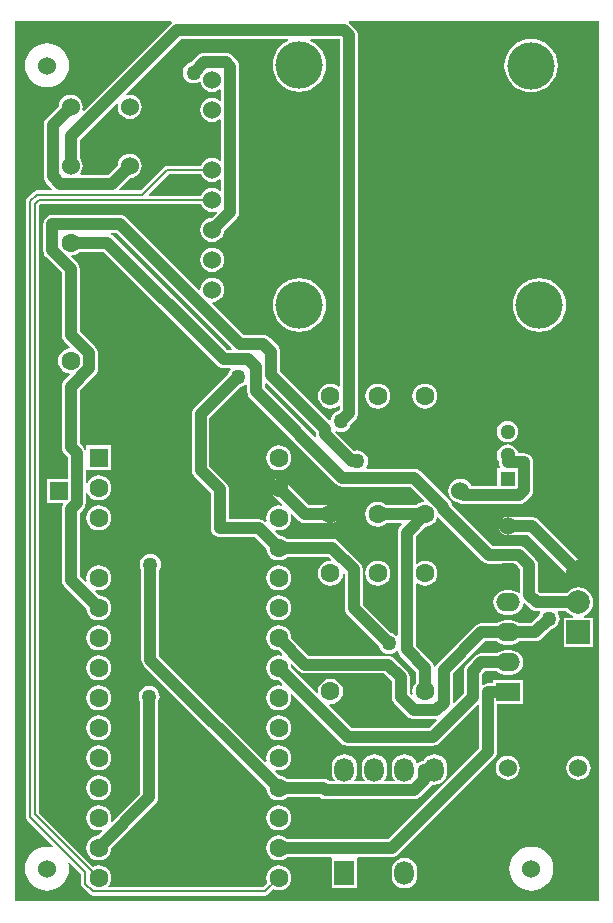
<source format=gbl>
G04 Layer_Physical_Order=2*
G04 Layer_Color=11436288*
%FSLAX24Y24*%
%MOIN*%
G70*
G01*
G75*
%ADD10C,0.0394*%
%ADD11C,0.0600*%
%ADD12C,0.1575*%
%ADD13R,0.0600X0.0600*%
%ADD14C,0.0787*%
%ADD15R,0.0787X0.0787*%
%ADD16C,0.0630*%
%ADD17R,0.0630X0.0630*%
%ADD18C,0.0512*%
%ADD19R,0.0512X0.0512*%
%ADD20O,0.0800X0.0600*%
%ADD21R,0.0800X0.0600*%
%ADD22O,0.0650X0.0800*%
%ADD23R,0.0650X0.0800*%
%ADD24C,0.0500*%
%ADD25C,0.0079*%
G36*
X19986Y25571D02*
Y25500D01*
X19995Y25429D01*
X19983Y25417D01*
X19950Y25403D01*
X18296Y27057D01*
Y27195D01*
X18342Y27214D01*
X19986Y25571D01*
D02*
G37*
G36*
X29425Y9945D02*
X9945D01*
Y23228D01*
Y25197D01*
Y39268D01*
X15166D01*
X15183Y39218D01*
X15145Y39188D01*
X12246Y36289D01*
X12204Y36311D01*
X12201Y36315D01*
X12214Y36417D01*
X12201Y36522D01*
X12160Y36619D01*
X12096Y36703D01*
X12013Y36767D01*
X11915Y36807D01*
X11811Y36821D01*
X11707Y36807D01*
X11609Y36767D01*
X11526Y36703D01*
X11462Y36619D01*
X11421Y36522D01*
X11411Y36440D01*
X10998Y36028D01*
X10951Y35966D01*
X10930Y35915D01*
X10921Y35894D01*
X10911Y35816D01*
Y34100D01*
X10921Y34023D01*
X10930Y34001D01*
X10951Y33950D01*
X10998Y33888D01*
X11201Y33686D01*
X11180Y33636D01*
X10681D01*
X10627Y33625D01*
X10580Y33594D01*
X10351Y33364D01*
X10320Y33318D01*
X10309Y33264D01*
Y12761D01*
X10320Y12706D01*
X10351Y12660D01*
X11237Y11774D01*
X11210Y11730D01*
X11167Y11743D01*
X11024Y11757D01*
X10881Y11743D01*
X10743Y11701D01*
X10616Y11633D01*
X10505Y11542D01*
X10414Y11431D01*
X10346Y11304D01*
X10304Y11167D01*
X10290Y11024D01*
X10304Y10881D01*
X10346Y10743D01*
X10414Y10616D01*
X10505Y10505D01*
X10616Y10414D01*
X10743Y10346D01*
X10881Y10304D01*
X11024Y10290D01*
X11167Y10304D01*
X11304Y10346D01*
X11431Y10414D01*
X11542Y10505D01*
X11633Y10616D01*
X11701Y10743D01*
X11743Y10881D01*
X11757Y11024D01*
X11743Y11167D01*
X11730Y11210D01*
X11774Y11237D01*
X12152Y10859D01*
Y10528D01*
X12162Y10474D01*
X12193Y10428D01*
X12459Y10162D01*
X12505Y10131D01*
X12560Y10120D01*
X18294D01*
X18348Y10131D01*
X18394Y10162D01*
X18573Y10340D01*
X18640Y10312D01*
X18748Y10298D01*
X18856Y10312D01*
X18957Y10354D01*
X19044Y10421D01*
X19111Y10507D01*
X19152Y10608D01*
X19167Y10717D01*
X19152Y10825D01*
X19111Y10926D01*
X19044Y11012D01*
X18957Y11079D01*
X18856Y11121D01*
X18748Y11135D01*
X18640Y11121D01*
X18539Y11079D01*
X18452Y11012D01*
X18386Y10926D01*
X18344Y10825D01*
X18329Y10717D01*
X18344Y10608D01*
X18372Y10541D01*
X18235Y10404D01*
X13095D01*
X13070Y10454D01*
X13111Y10507D01*
X13152Y10608D01*
X13167Y10717D01*
X13152Y10825D01*
X13111Y10926D01*
X13044Y11012D01*
X12957Y11079D01*
X12856Y11121D01*
X12748Y11135D01*
X12640Y11121D01*
X12573Y11093D01*
X10772Y12894D01*
Y33131D01*
X10814Y33173D01*
X16161D01*
X16186Y33113D01*
X16250Y33030D01*
X16334Y32966D01*
X16431Y32925D01*
X16535Y32912D01*
X16640Y32925D01*
X16660Y32934D01*
X16688Y32891D01*
X16512Y32715D01*
X16431Y32705D01*
X16334Y32664D01*
X16250Y32600D01*
X16186Y32517D01*
X16146Y32419D01*
X16132Y32315D01*
X16146Y32211D01*
X16186Y32113D01*
X16250Y32030D01*
X16334Y31966D01*
X16431Y31925D01*
X16535Y31912D01*
X16640Y31925D01*
X16737Y31966D01*
X16821Y32030D01*
X16885Y32113D01*
X16925Y32211D01*
X16936Y32292D01*
X17352Y32708D01*
X17399Y32770D01*
X17420Y32821D01*
X17429Y32842D01*
X17439Y32920D01*
Y37760D01*
X17429Y37837D01*
X17412Y37880D01*
X17399Y37910D01*
X17352Y37972D01*
X17192Y38132D01*
X17130Y38179D01*
X17079Y38200D01*
X17057Y38209D01*
X16980Y38219D01*
X16270D01*
X16193Y38209D01*
X16171Y38200D01*
X16120Y38179D01*
X16058Y38132D01*
X15829Y37902D01*
X15819Y37901D01*
X15733Y37866D01*
X15660Y37810D01*
X15604Y37737D01*
X15569Y37651D01*
X15557Y37560D01*
X15569Y37469D01*
X15604Y37383D01*
X15660Y37310D01*
X15733Y37254D01*
X15819Y37219D01*
X15910Y37207D01*
X16001Y37219D01*
X16087Y37254D01*
X16095Y37261D01*
X16142Y37242D01*
X16146Y37211D01*
X16186Y37113D01*
X16250Y37030D01*
X16334Y36966D01*
X16431Y36925D01*
X16535Y36912D01*
X16640Y36925D01*
X16737Y36966D01*
X16791Y37007D01*
X16841Y36982D01*
Y36648D01*
X16791Y36623D01*
X16737Y36664D01*
X16640Y36705D01*
X16535Y36718D01*
X16431Y36705D01*
X16334Y36664D01*
X16250Y36600D01*
X16186Y36517D01*
X16146Y36419D01*
X16132Y36315D01*
X16146Y36211D01*
X16186Y36113D01*
X16250Y36030D01*
X16334Y35966D01*
X16431Y35925D01*
X16535Y35912D01*
X16640Y35925D01*
X16737Y35966D01*
X16791Y36007D01*
X16841Y35982D01*
Y34648D01*
X16791Y34623D01*
X16737Y34664D01*
X16640Y34705D01*
X16535Y34718D01*
X16431Y34705D01*
X16334Y34664D01*
X16250Y34600D01*
X16186Y34517D01*
X16161Y34457D01*
X15024D01*
X14969Y34446D01*
X14923Y34415D01*
X14144Y33636D01*
X13461D01*
X13440Y33686D01*
X13803Y34048D01*
X13884Y34059D01*
X13981Y34099D01*
X14065Y34164D01*
X14129Y34247D01*
X14169Y34344D01*
X14183Y34449D01*
X14169Y34553D01*
X14129Y34651D01*
X14065Y34734D01*
X13981Y34798D01*
X13884Y34839D01*
X13780Y34852D01*
X13675Y34839D01*
X13578Y34798D01*
X13494Y34734D01*
X13430Y34651D01*
X13390Y34553D01*
X13379Y34472D01*
X13059Y34151D01*
X12150D01*
X12125Y34201D01*
X12160Y34247D01*
X12201Y34344D01*
X12214Y34449D01*
X12201Y34553D01*
X12160Y34651D01*
X12110Y34716D01*
Y35307D01*
X13344Y36540D01*
X13375Y36528D01*
X13389Y36515D01*
X13376Y36417D01*
X13390Y36313D01*
X13430Y36216D01*
X13494Y36132D01*
X13578Y36068D01*
X13675Y36028D01*
X13780Y36014D01*
X13884Y36028D01*
X13981Y36068D01*
X14065Y36132D01*
X14129Y36216D01*
X14169Y36313D01*
X14183Y36417D01*
X14169Y36522D01*
X14129Y36619D01*
X14065Y36703D01*
X13981Y36767D01*
X13884Y36807D01*
X13780Y36821D01*
X13682Y36808D01*
X13669Y36822D01*
X13657Y36853D01*
X15480Y38677D01*
X19060D01*
X19072Y38627D01*
X18940Y38556D01*
X18805Y38445D01*
X18694Y38310D01*
X18612Y38156D01*
X18561Y37989D01*
X18544Y37815D01*
X18561Y37641D01*
X18612Y37474D01*
X18694Y37320D01*
X18805Y37184D01*
X18940Y37074D01*
X19094Y36991D01*
X19261Y36940D01*
X19435Y36923D01*
X19609Y36940D01*
X19777Y36991D01*
X19931Y37074D01*
X20066Y37184D01*
X20177Y37320D01*
X20259Y37474D01*
X20310Y37641D01*
X20327Y37815D01*
X20310Y37989D01*
X20259Y38156D01*
X20177Y38310D01*
X20066Y38445D01*
X19931Y38556D01*
X19799Y38627D01*
X19811Y38677D01*
X20790D01*
X20791Y38676D01*
Y27114D01*
X20741Y27089D01*
X20682Y27134D01*
X20581Y27176D01*
X20472Y27190D01*
X20364Y27176D01*
X20263Y27134D01*
X20176Y27068D01*
X20110Y26981D01*
X20068Y26880D01*
X20054Y26772D01*
X20068Y26663D01*
X20110Y26562D01*
X20176Y26476D01*
X20263Y26409D01*
X20364Y26367D01*
X20472Y26353D01*
X20581Y26367D01*
X20682Y26409D01*
X20741Y26454D01*
X20791Y26430D01*
Y26324D01*
X20739Y26272D01*
X20729Y26271D01*
X20643Y26236D01*
X20570Y26180D01*
X20514Y26107D01*
X20479Y26021D01*
X20475Y25992D01*
X20428Y25976D01*
X18796Y27607D01*
Y28250D01*
X18786Y28327D01*
X18768Y28370D01*
X18756Y28400D01*
X18708Y28462D01*
X18446Y28724D01*
X18384Y28772D01*
X18333Y28793D01*
X18311Y28802D01*
X18234Y28812D01*
X17591D01*
X16541Y29862D01*
X16559Y29915D01*
X16640Y29925D01*
X16737Y29966D01*
X16821Y30030D01*
X16885Y30113D01*
X16925Y30211D01*
X16939Y30315D01*
X16925Y30419D01*
X16885Y30517D01*
X16821Y30600D01*
X16737Y30664D01*
X16640Y30705D01*
X16535Y30718D01*
X16431Y30705D01*
X16334Y30664D01*
X16250Y30600D01*
X16186Y30517D01*
X16146Y30419D01*
X16135Y30339D01*
X16083Y30321D01*
X13682Y32722D01*
X13620Y32769D01*
X13569Y32790D01*
X13547Y32799D01*
X13470Y32809D01*
X11200D01*
X11123Y32799D01*
X11050Y32769D01*
X10988Y32722D01*
X10941Y32660D01*
X10911Y32587D01*
X10901Y32510D01*
Y32149D01*
X10900Y32143D01*
Y31636D01*
X10910Y31559D01*
X10919Y31538D01*
X10940Y31487D01*
X10987Y31425D01*
X11512Y30900D01*
Y28818D01*
X11522Y28740D01*
X11531Y28719D01*
X11552Y28668D01*
X11599Y28606D01*
X11787Y28419D01*
X11769Y28366D01*
X11703Y28357D01*
X11602Y28315D01*
X11515Y28249D01*
X11449Y28162D01*
X11407Y28061D01*
X11392Y27953D01*
X11407Y27844D01*
X11449Y27743D01*
X11515Y27657D01*
X11602Y27590D01*
X11703Y27548D01*
X11769Y27540D01*
X11787Y27487D01*
X11599Y27299D01*
X11552Y27237D01*
X11531Y27186D01*
X11522Y27165D01*
X11512Y27088D01*
Y25072D01*
X11522Y24995D01*
X11531Y24974D01*
X11552Y24923D01*
X11599Y24861D01*
X11715Y24745D01*
Y24022D01*
X11017D01*
Y23222D01*
X11547D01*
X11572Y23172D01*
X11552Y23146D01*
X11531Y23095D01*
X11522Y23073D01*
X11512Y22996D01*
Y20654D01*
X11522Y20576D01*
X11531Y20555D01*
X11552Y20504D01*
X11599Y20442D01*
X12330Y19711D01*
X12344Y19608D01*
X12386Y19507D01*
X12452Y19421D01*
X12539Y19354D01*
X12640Y19312D01*
X12748Y19298D01*
X12856Y19312D01*
X12957Y19354D01*
X13044Y19421D01*
X13111Y19507D01*
X13152Y19608D01*
X13167Y19717D01*
X13152Y19825D01*
X13111Y19926D01*
X13044Y20012D01*
X12957Y20079D01*
X12856Y20121D01*
X12754Y20134D01*
X12622Y20266D01*
X12633Y20294D01*
X12647Y20311D01*
X12748Y20298D01*
X12856Y20312D01*
X12957Y20354D01*
X13044Y20421D01*
X13111Y20507D01*
X13152Y20608D01*
X13167Y20717D01*
X13152Y20825D01*
X13111Y20926D01*
X13044Y21012D01*
X12957Y21079D01*
X12856Y21121D01*
X12748Y21135D01*
X12640Y21121D01*
X12539Y21079D01*
X12452Y21012D01*
X12386Y20926D01*
X12344Y20825D01*
X12329Y20717D01*
X12343Y20616D01*
X12326Y20601D01*
X12298Y20590D01*
X12110Y20778D01*
Y22872D01*
X12226Y22987D01*
X12273Y23049D01*
X12286Y23079D01*
X12303Y23122D01*
X12314Y23199D01*
Y23550D01*
X12364Y23560D01*
X12386Y23507D01*
X12452Y23421D01*
X12539Y23354D01*
X12640Y23312D01*
X12748Y23298D01*
X12856Y23312D01*
X12957Y23354D01*
X13044Y23421D01*
X13111Y23507D01*
X13152Y23608D01*
X13167Y23717D01*
X13152Y23825D01*
X13111Y23926D01*
X13044Y24012D01*
X12957Y24079D01*
X12856Y24121D01*
X12748Y24135D01*
X12640Y24121D01*
X12539Y24079D01*
X12452Y24012D01*
X12386Y23926D01*
X12364Y23873D01*
X12314Y23883D01*
Y24260D01*
X12333Y24302D01*
X12364Y24302D01*
X13163D01*
Y25131D01*
X12333D01*
Y25006D01*
X12286Y24989D01*
X12273Y25019D01*
X12226Y25081D01*
X12110Y25196D01*
Y26964D01*
X12635Y27488D01*
X12682Y27550D01*
X12695Y27580D01*
X12712Y27622D01*
X12722Y27699D01*
Y28206D01*
X12712Y28284D01*
X12695Y28326D01*
X12682Y28356D01*
X12635Y28418D01*
X12110Y28942D01*
Y31025D01*
X12100Y31102D01*
X12085Y31138D01*
X12070Y31174D01*
X12023Y31236D01*
X11835Y31424D01*
X11853Y31477D01*
X11919Y31485D01*
X12020Y31527D01*
X12102Y31590D01*
X12916D01*
X16705Y27801D01*
X16767Y27754D01*
X16797Y27741D01*
X16840Y27724D01*
X16917Y27713D01*
X17133D01*
X17149Y27666D01*
X17140Y27660D01*
X17084Y27587D01*
X17049Y27501D01*
X17048Y27491D01*
X15930Y26373D01*
X15882Y26311D01*
X15861Y26260D01*
X15853Y26239D01*
X15842Y26162D01*
Y24323D01*
X15853Y24245D01*
X15861Y24224D01*
X15882Y24173D01*
X15930Y24111D01*
X16494Y23547D01*
Y22368D01*
X16504Y22291D01*
X16534Y22218D01*
X16582Y22156D01*
X16644Y22109D01*
X16716Y22079D01*
X16793Y22069D01*
X17972D01*
X18330Y21711D01*
X18344Y21608D01*
X18386Y21507D01*
X18452Y21421D01*
X18539Y21354D01*
X18640Y21312D01*
X18748Y21298D01*
X18856Y21312D01*
X18957Y21354D01*
X19039Y21417D01*
X20409D01*
X20497Y21329D01*
X20483Y21300D01*
X20471Y21285D01*
X20364Y21270D01*
X20263Y21229D01*
X20176Y21162D01*
X20110Y21075D01*
X20068Y20974D01*
X20054Y20866D01*
X20068Y20758D01*
X20110Y20657D01*
X20176Y20570D01*
X20263Y20504D01*
X20364Y20462D01*
X20472Y20448D01*
X20581Y20462D01*
X20682Y20504D01*
X20768Y20570D01*
X20835Y20657D01*
X20877Y20758D01*
X20886Y20827D01*
X20888Y20830D01*
X20939Y20851D01*
X20951Y20843D01*
Y19700D01*
X20961Y19623D01*
X20970Y19601D01*
X20991Y19550D01*
X21038Y19488D01*
X22078Y18449D01*
X22079Y18439D01*
X22114Y18353D01*
X22170Y18280D01*
X22243Y18224D01*
X22329Y18189D01*
X22420Y18177D01*
X22511Y18189D01*
X22597Y18224D01*
X22667Y18278D01*
X22680Y18277D01*
X22719Y18263D01*
X22721Y18253D01*
X22730Y18232D01*
X22751Y18181D01*
X22798Y18119D01*
X23323Y17594D01*
Y17221D01*
X23260Y17138D01*
X23218Y17037D01*
X23203Y16929D01*
X23215Y16839D01*
X23168Y16815D01*
X23109Y16874D01*
Y17400D01*
X23099Y17477D01*
X23082Y17520D01*
X23069Y17550D01*
X23022Y17612D01*
X22593Y18040D01*
X22531Y18088D01*
X22480Y18109D01*
X22459Y18118D01*
X22382Y18128D01*
X19760D01*
X19166Y18722D01*
X19152Y18825D01*
X19111Y18926D01*
X19044Y19012D01*
X18957Y19079D01*
X18856Y19121D01*
X18748Y19135D01*
X18640Y19121D01*
X18539Y19079D01*
X18452Y19012D01*
X18386Y18926D01*
X18344Y18825D01*
X18329Y18717D01*
X18344Y18608D01*
X18386Y18507D01*
X18452Y18421D01*
X18539Y18354D01*
X18640Y18312D01*
X18742Y18299D01*
X18874Y18167D01*
X18863Y18139D01*
X18849Y18122D01*
X18748Y18135D01*
X18640Y18121D01*
X18539Y18079D01*
X18452Y18012D01*
X18386Y17926D01*
X18344Y17825D01*
X18329Y17717D01*
X18344Y17608D01*
X18386Y17507D01*
X18452Y17421D01*
X18539Y17354D01*
X18640Y17312D01*
X18742Y17299D01*
X18874Y17167D01*
X18863Y17139D01*
X18849Y17122D01*
X18748Y17135D01*
X18640Y17121D01*
X18539Y17079D01*
X18452Y17012D01*
X18386Y16926D01*
X18344Y16825D01*
X18329Y16717D01*
X18344Y16608D01*
X18386Y16507D01*
X18452Y16421D01*
X18539Y16354D01*
X18640Y16312D01*
X18748Y16298D01*
X18856Y16312D01*
X18957Y16354D01*
X19044Y16421D01*
X19111Y16507D01*
X19152Y16608D01*
X19167Y16717D01*
X19153Y16817D01*
X19170Y16832D01*
X19199Y16843D01*
X20833Y15208D01*
X20895Y15161D01*
X20925Y15148D01*
X20967Y15131D01*
X21045Y15121D01*
X23890D01*
X23967Y15131D01*
X23989Y15140D01*
X24040Y15161D01*
X24102Y15208D01*
X25381Y16487D01*
X25427Y16468D01*
Y15051D01*
X22392Y12016D01*
X19039D01*
X18957Y12079D01*
X18856Y12121D01*
X18748Y12135D01*
X18640Y12121D01*
X18539Y12079D01*
X18452Y12012D01*
X18386Y11926D01*
X18344Y11825D01*
X18329Y11717D01*
X18344Y11608D01*
X18386Y11507D01*
X18452Y11421D01*
X18539Y11354D01*
X18640Y11312D01*
X18748Y11298D01*
X18856Y11312D01*
X18957Y11354D01*
X19039Y11417D01*
X20501D01*
X20516Y11373D01*
X20516Y11367D01*
Y10373D01*
X21366D01*
Y11367D01*
X21366Y11373D01*
X21381Y11417D01*
X22516D01*
X22594Y11427D01*
X22615Y11436D01*
X22666Y11457D01*
X22728Y11505D01*
X25938Y14715D01*
X25986Y14777D01*
X26003Y14820D01*
X26016Y14849D01*
X26026Y14927D01*
Y16498D01*
X26898D01*
Y17298D01*
X25898D01*
Y17197D01*
X25726D01*
X25649Y17187D01*
X25577Y17157D01*
X25574Y17155D01*
X25529Y17177D01*
Y17504D01*
X25624Y17598D01*
X26031D01*
X26096Y17548D01*
X26194Y17508D01*
X26298Y17494D01*
X26498D01*
X26602Y17508D01*
X26700Y17548D01*
X26783Y17612D01*
X26847Y17696D01*
X26888Y17793D01*
X26901Y17898D01*
X26888Y18002D01*
X26847Y18099D01*
X26783Y18183D01*
X26700Y18247D01*
X26602Y18287D01*
X26498Y18301D01*
X26298D01*
X26194Y18287D01*
X26096Y18247D01*
X26031Y18197D01*
X25500D01*
X25423Y18187D01*
X25401Y18178D01*
X25350Y18157D01*
X25288Y18109D01*
X25018Y17839D01*
X24971Y17777D01*
X24950Y17726D01*
X24941Y17705D01*
X24931Y17628D01*
Y16884D01*
X24593Y16546D01*
X24548Y16572D01*
Y17522D01*
X25624Y18598D01*
X26031D01*
X26096Y18548D01*
X26194Y18508D01*
X26298Y18494D01*
X26498D01*
X26602Y18508D01*
X26700Y18548D01*
X26765Y18598D01*
X27298D01*
X27375Y18608D01*
X27396Y18617D01*
X27447Y18638D01*
X27509Y18686D01*
X27841Y19018D01*
X27851Y19019D01*
X27937Y19054D01*
X28010Y19110D01*
X28066Y19183D01*
X28101Y19269D01*
X28113Y19360D01*
X28101Y19451D01*
X28066Y19537D01*
X28046Y19563D01*
X28068Y19607D01*
X28341D01*
X28388Y19546D01*
X28491Y19466D01*
X28552Y19441D01*
X28542Y19391D01*
X28246D01*
Y18404D01*
X29234D01*
Y19391D01*
X28939D01*
X28929Y19441D01*
X28989Y19466D01*
X29092Y19546D01*
X29171Y19649D01*
X29221Y19769D01*
X29238Y19898D01*
X29221Y20027D01*
X29171Y20147D01*
X29092Y20250D01*
X28989Y20329D01*
X28869Y20379D01*
X28740Y20396D01*
X28611Y20379D01*
X28491Y20329D01*
X28388Y20250D01*
X28355Y20206D01*
X27533D01*
X27533Y20206D01*
X27533Y20206D01*
X27495Y20201D01*
X27470Y20198D01*
X27394Y20273D01*
Y21145D01*
X27384Y21222D01*
X27375Y21244D01*
X27354Y21295D01*
X27307Y21357D01*
X26957Y21706D01*
X26895Y21754D01*
X26844Y21775D01*
X26823Y21784D01*
X26745Y21794D01*
X25874D01*
X24526Y23141D01*
X24523Y23166D01*
X24514Y23187D01*
X24493Y23238D01*
X24446Y23300D01*
X23474Y24272D01*
X23412Y24319D01*
X23361Y24340D01*
X23339Y24349D01*
X23262Y24359D01*
X21682D01*
X21657Y24409D01*
X21676Y24433D01*
X21711Y24519D01*
X21723Y24610D01*
X21711Y24701D01*
X21676Y24787D01*
X21620Y24860D01*
X21547Y24916D01*
X21461Y24951D01*
X21370Y24963D01*
X21279Y24951D01*
X21264Y24945D01*
X20635Y25574D01*
X20664Y25616D01*
X20729Y25589D01*
X20820Y25577D01*
X20911Y25589D01*
X20997Y25624D01*
X21070Y25680D01*
X21126Y25753D01*
X21161Y25839D01*
X21162Y25849D01*
X21302Y25988D01*
X21349Y26050D01*
X21370Y26101D01*
X21379Y26123D01*
X21389Y26200D01*
Y38800D01*
X21379Y38877D01*
X21370Y38899D01*
X21349Y38950D01*
X21302Y39012D01*
X21125Y39188D01*
X21087Y39218D01*
X21104Y39268D01*
X29425D01*
Y9945D01*
D02*
G37*
G36*
X17198Y28358D02*
X17179Y28312D01*
X17041D01*
X13252Y32101D01*
X13190Y32149D01*
X13162Y32161D01*
X13172Y32211D01*
X13346D01*
X17198Y28358D01*
D02*
G37*
G36*
X19424Y17617D02*
X19486Y17569D01*
X19523Y17554D01*
X19559Y17539D01*
X19636Y17529D01*
X22257D01*
X22511Y17276D01*
Y16750D01*
X22521Y16673D01*
X22530Y16651D01*
X22551Y16600D01*
X22598Y16538D01*
X23038Y16098D01*
X23100Y16051D01*
X23151Y16030D01*
X23173Y16021D01*
X23250Y16011D01*
X23986D01*
X24012Y15966D01*
X23766Y15719D01*
X21169D01*
X20421Y16467D01*
X20444Y16514D01*
X20472Y16511D01*
X20581Y16525D01*
X20682Y16567D01*
X20768Y16633D01*
X20835Y16720D01*
X20877Y16821D01*
X20891Y16929D01*
X20877Y17037D01*
X20835Y17138D01*
X20768Y17225D01*
X20682Y17292D01*
X20581Y17333D01*
X20472Y17348D01*
X20364Y17333D01*
X20263Y17292D01*
X20176Y17225D01*
X20110Y17138D01*
X20068Y17037D01*
X20054Y16929D01*
X20058Y16901D01*
X20010Y16878D01*
X19166Y17722D01*
X19153Y17817D01*
X19170Y17832D01*
X19199Y17843D01*
X19424Y17617D01*
D02*
G37*
G36*
X25538Y21283D02*
X25600Y21235D01*
X25630Y21223D01*
X25672Y21205D01*
X25750Y21195D01*
X26621D01*
X26795Y21021D01*
Y20237D01*
X26745Y20212D01*
X26700Y20247D01*
X26602Y20287D01*
X26498Y20301D01*
X26298D01*
X26194Y20287D01*
X26096Y20247D01*
X26013Y20183D01*
X25949Y20099D01*
X25908Y20002D01*
X25895Y19898D01*
X25908Y19793D01*
X25949Y19696D01*
X26013Y19612D01*
X26096Y19548D01*
X26194Y19508D01*
X26298Y19494D01*
X26498D01*
X26602Y19508D01*
X26700Y19548D01*
X26783Y19612D01*
X26847Y19696D01*
X26888Y19793D01*
X26896Y19854D01*
X26948Y19872D01*
X27135Y19686D01*
X27197Y19638D01*
X27248Y19617D01*
X27269Y19608D01*
X27346Y19598D01*
X27445D01*
X27467Y19553D01*
X27454Y19537D01*
X27419Y19451D01*
X27418Y19441D01*
X27174Y19197D01*
X26765D01*
X26700Y19247D01*
X26602Y19287D01*
X26498Y19301D01*
X26298D01*
X26194Y19287D01*
X26096Y19247D01*
X26031Y19197D01*
X25500D01*
X25423Y19187D01*
X25401Y19178D01*
X25350Y19157D01*
X25288Y19109D01*
X24037Y17858D01*
X23989Y17796D01*
X23968Y17745D01*
X23917Y17752D01*
X23911Y17796D01*
X23894Y17838D01*
X23881Y17868D01*
X23834Y17930D01*
X23309Y18455D01*
Y20520D01*
X23359Y20545D01*
X23413Y20504D01*
X23514Y20462D01*
X23622Y20448D01*
X23730Y20462D01*
X23831Y20504D01*
X23918Y20570D01*
X23985Y20657D01*
X24026Y20758D01*
X24041Y20866D01*
X24026Y20974D01*
X23985Y21075D01*
X23918Y21162D01*
X23831Y21229D01*
X23730Y21270D01*
X23622Y21285D01*
X23514Y21270D01*
X23413Y21229D01*
X23359Y21188D01*
X23309Y21212D01*
Y22099D01*
X23628Y22417D01*
X23730Y22430D01*
X23831Y22472D01*
X23918Y22539D01*
X23985Y22625D01*
X24026Y22726D01*
X24027Y22730D01*
X24074Y22746D01*
X25538Y21283D01*
D02*
G37*
G36*
X17697Y27153D02*
Y26933D01*
X17708Y26856D01*
X17716Y26835D01*
X17737Y26784D01*
X17785Y26722D01*
X20658Y23848D01*
X20720Y23801D01*
X20750Y23788D01*
X20793Y23771D01*
X20870Y23761D01*
X23138D01*
X23598Y23300D01*
X23580Y23248D01*
X23514Y23239D01*
X23413Y23197D01*
X23338Y23139D01*
X22870D01*
X22829Y23134D01*
X22339D01*
X22257Y23197D01*
X22156Y23239D01*
X22047Y23253D01*
X21939Y23239D01*
X21838Y23197D01*
X21751Y23131D01*
X21685Y23044D01*
X21643Y22943D01*
X21629Y22835D01*
X21643Y22726D01*
X21685Y22625D01*
X21751Y22539D01*
X21838Y22472D01*
X21939Y22430D01*
X22047Y22416D01*
X22156Y22430D01*
X22257Y22472D01*
X22339Y22535D01*
X22828D01*
X22849Y22485D01*
X22798Y22434D01*
X22751Y22372D01*
X22730Y22321D01*
X22721Y22300D01*
X22711Y22223D01*
Y18801D01*
X22661Y18787D01*
X22597Y18836D01*
X22511Y18871D01*
X22501Y18872D01*
X21549Y19824D01*
Y21000D01*
X21539Y21077D01*
X21530Y21099D01*
X21509Y21150D01*
X21462Y21212D01*
X20745Y21928D01*
X20683Y21976D01*
X20632Y21997D01*
X20611Y22006D01*
X20533Y22016D01*
X19039D01*
X18957Y22079D01*
X18856Y22121D01*
X18754Y22134D01*
X18622Y22266D01*
X18633Y22294D01*
X18647Y22311D01*
X18748Y22298D01*
X18856Y22312D01*
X18957Y22354D01*
X19044Y22421D01*
X19111Y22507D01*
X19152Y22608D01*
X19167Y22717D01*
X19153Y22817D01*
X19170Y22832D01*
X19199Y22843D01*
X19418Y22623D01*
X19480Y22575D01*
X19531Y22554D01*
X19552Y22545D01*
X19630Y22535D01*
X20472D01*
X20550Y22545D01*
X20622Y22575D01*
X20684Y22623D01*
X20732Y22685D01*
X20762Y22757D01*
X20772Y22835D01*
X20762Y22912D01*
X20732Y22984D01*
X20684Y23046D01*
X20622Y23094D01*
X20550Y23124D01*
X20472Y23134D01*
X19754D01*
X18960Y23928D01*
X18898Y23976D01*
X18826Y24006D01*
X18748Y24016D01*
X18671Y24006D01*
X18598Y23976D01*
X18536Y23928D01*
X18489Y23866D01*
X18459Y23794D01*
X18449Y23717D01*
X18459Y23639D01*
X18489Y23567D01*
X18536Y23505D01*
X18874Y23167D01*
X18863Y23139D01*
X18849Y23122D01*
X18748Y23135D01*
X18640Y23121D01*
X18539Y23079D01*
X18452Y23012D01*
X18386Y22926D01*
X18344Y22825D01*
X18329Y22717D01*
X18343Y22615D01*
X18329Y22602D01*
X18298Y22587D01*
X18246Y22627D01*
X18195Y22649D01*
X18174Y22657D01*
X18096Y22668D01*
X17093D01*
Y23671D01*
X17083Y23749D01*
X17074Y23770D01*
X17053Y23821D01*
X17005Y23883D01*
X16441Y24447D01*
Y26038D01*
X17471Y27068D01*
X17481Y27069D01*
X17567Y27104D01*
X17640Y27160D01*
X17647Y27170D01*
X17697Y27153D01*
D02*
G37*
G36*
X16186Y34113D02*
X16250Y34030D01*
X16334Y33966D01*
X16431Y33925D01*
X16535Y33912D01*
X16640Y33925D01*
X16737Y33966D01*
X16791Y34007D01*
X16841Y33982D01*
Y33648D01*
X16791Y33623D01*
X16737Y33664D01*
X16640Y33705D01*
X16535Y33718D01*
X16431Y33705D01*
X16334Y33664D01*
X16250Y33600D01*
X16186Y33517D01*
X16161Y33457D01*
X14432D01*
X14413Y33503D01*
X15082Y34173D01*
X16161D01*
X16186Y34113D01*
D02*
G37*
%LPC*%
G36*
X12748Y16135D02*
X12640Y16121D01*
X12539Y16079D01*
X12452Y16012D01*
X12386Y15926D01*
X12344Y15825D01*
X12329Y15717D01*
X12344Y15608D01*
X12386Y15507D01*
X12452Y15421D01*
X12539Y15354D01*
X12640Y15312D01*
X12748Y15298D01*
X12856Y15312D01*
X12957Y15354D01*
X13044Y15421D01*
X13111Y15507D01*
X13152Y15608D01*
X13167Y15717D01*
X13152Y15825D01*
X13111Y15926D01*
X13044Y16012D01*
X12957Y16079D01*
X12856Y16121D01*
X12748Y16135D01*
D02*
G37*
G36*
Y15135D02*
X12640Y15121D01*
X12539Y15079D01*
X12452Y15012D01*
X12386Y14926D01*
X12344Y14825D01*
X12329Y14717D01*
X12344Y14608D01*
X12386Y14507D01*
X12452Y14421D01*
X12539Y14354D01*
X12640Y14312D01*
X12748Y14298D01*
X12856Y14312D01*
X12957Y14354D01*
X13044Y14421D01*
X13111Y14507D01*
X13152Y14608D01*
X13167Y14717D01*
X13152Y14825D01*
X13111Y14926D01*
X13044Y15012D01*
X12957Y15079D01*
X12856Y15121D01*
X12748Y15135D01*
D02*
G37*
G36*
X18748Y16135D02*
X18640Y16121D01*
X18539Y16079D01*
X18452Y16012D01*
X18386Y15926D01*
X18344Y15825D01*
X18329Y15717D01*
X18344Y15608D01*
X18386Y15507D01*
X18452Y15421D01*
X18539Y15354D01*
X18640Y15312D01*
X18748Y15298D01*
X18856Y15312D01*
X18957Y15354D01*
X19044Y15421D01*
X19111Y15507D01*
X19152Y15608D01*
X19167Y15717D01*
X19152Y15825D01*
X19111Y15926D01*
X19044Y16012D01*
X18957Y16079D01*
X18856Y16121D01*
X18748Y16135D01*
D02*
G37*
G36*
X12748Y18135D02*
X12640Y18121D01*
X12539Y18079D01*
X12452Y18012D01*
X12386Y17926D01*
X12344Y17825D01*
X12329Y17717D01*
X12344Y17608D01*
X12386Y17507D01*
X12452Y17421D01*
X12539Y17354D01*
X12640Y17312D01*
X12748Y17298D01*
X12856Y17312D01*
X12957Y17354D01*
X13044Y17421D01*
X13111Y17507D01*
X13152Y17608D01*
X13167Y17717D01*
X13152Y17825D01*
X13111Y17926D01*
X13044Y18012D01*
X12957Y18079D01*
X12856Y18121D01*
X12748Y18135D01*
D02*
G37*
G36*
X11024Y38529D02*
X10881Y38515D01*
X10743Y38473D01*
X10616Y38405D01*
X10505Y38314D01*
X10414Y38203D01*
X10346Y38076D01*
X10304Y37938D01*
X10290Y37795D01*
X10304Y37652D01*
X10346Y37515D01*
X10414Y37388D01*
X10505Y37277D01*
X10616Y37185D01*
X10743Y37118D01*
X10881Y37076D01*
X11024Y37062D01*
X11167Y37076D01*
X11304Y37118D01*
X11431Y37185D01*
X11542Y37277D01*
X11633Y37388D01*
X11701Y37515D01*
X11743Y37652D01*
X11757Y37795D01*
X11743Y37938D01*
X11701Y38076D01*
X11633Y38203D01*
X11542Y38314D01*
X11431Y38405D01*
X11304Y38473D01*
X11167Y38515D01*
X11024Y38529D01*
D02*
G37*
G36*
X12748Y17135D02*
X12640Y17121D01*
X12539Y17079D01*
X12452Y17012D01*
X12386Y16926D01*
X12344Y16825D01*
X12329Y16717D01*
X12344Y16608D01*
X12386Y16507D01*
X12452Y16421D01*
X12539Y16354D01*
X12640Y16312D01*
X12748Y16298D01*
X12856Y16312D01*
X12957Y16354D01*
X13044Y16421D01*
X13111Y16507D01*
X13152Y16608D01*
X13167Y16717D01*
X13152Y16825D01*
X13111Y16926D01*
X13044Y17012D01*
X12957Y17079D01*
X12856Y17121D01*
X12748Y17135D01*
D02*
G37*
G36*
X26378Y14789D02*
X26274Y14776D01*
X26176Y14735D01*
X26093Y14671D01*
X26029Y14588D01*
X25988Y14490D01*
X25975Y14386D01*
X25988Y14281D01*
X26029Y14184D01*
X26093Y14101D01*
X26176Y14036D01*
X26274Y13996D01*
X26378Y13982D01*
X26482Y13996D01*
X26580Y14036D01*
X26663Y14101D01*
X26727Y14184D01*
X26768Y14281D01*
X26781Y14386D01*
X26768Y14490D01*
X26727Y14588D01*
X26663Y14671D01*
X26580Y14735D01*
X26482Y14776D01*
X26378Y14789D01*
D02*
G37*
G36*
X18748Y13135D02*
X18640Y13121D01*
X18539Y13079D01*
X18452Y13012D01*
X18386Y12926D01*
X18344Y12825D01*
X18329Y12717D01*
X18344Y12608D01*
X18386Y12507D01*
X18452Y12421D01*
X18539Y12354D01*
X18640Y12312D01*
X18748Y12298D01*
X18856Y12312D01*
X18957Y12354D01*
X19044Y12421D01*
X19111Y12507D01*
X19152Y12608D01*
X19167Y12717D01*
X19152Y12825D01*
X19111Y12926D01*
X19044Y13012D01*
X18957Y13079D01*
X18856Y13121D01*
X18748Y13135D01*
D02*
G37*
G36*
X22941Y11377D02*
X22830Y11362D01*
X22727Y11320D01*
X22638Y11252D01*
X22570Y11163D01*
X22527Y11059D01*
X22512Y10948D01*
Y10798D01*
X22527Y10687D01*
X22570Y10584D01*
X22638Y10495D01*
X22727Y10427D01*
X22830Y10384D01*
X22941Y10370D01*
X23052Y10384D01*
X23155Y10427D01*
X23244Y10495D01*
X23312Y10584D01*
X23355Y10687D01*
X23370Y10798D01*
Y10948D01*
X23355Y11059D01*
X23312Y11163D01*
X23244Y11252D01*
X23155Y11320D01*
X23052Y11362D01*
X22941Y11377D01*
D02*
G37*
G36*
X27165Y11757D02*
X27022Y11743D01*
X26885Y11701D01*
X26758Y11633D01*
X26647Y11542D01*
X26556Y11431D01*
X26488Y11304D01*
X26446Y11167D01*
X26432Y11024D01*
X26446Y10881D01*
X26488Y10743D01*
X26556Y10616D01*
X26647Y10505D01*
X26758Y10414D01*
X26885Y10346D01*
X27022Y10304D01*
X27165Y10290D01*
X27308Y10304D01*
X27446Y10346D01*
X27573Y10414D01*
X27684Y10505D01*
X27775Y10616D01*
X27843Y10743D01*
X27885Y10881D01*
X27899Y11024D01*
X27885Y11167D01*
X27843Y11304D01*
X27775Y11431D01*
X27684Y11542D01*
X27573Y11633D01*
X27446Y11701D01*
X27308Y11743D01*
X27165Y11757D01*
D02*
G37*
G36*
X14430Y17113D02*
X14339Y17101D01*
X14253Y17066D01*
X14180Y17010D01*
X14124Y16937D01*
X14089Y16851D01*
X14077Y16760D01*
X14089Y16669D01*
X14124Y16583D01*
X14131Y16575D01*
Y13523D01*
X13199Y12590D01*
X13170Y12601D01*
X13153Y12616D01*
X13167Y12717D01*
X13152Y12825D01*
X13111Y12926D01*
X13044Y13012D01*
X12957Y13079D01*
X12856Y13121D01*
X12748Y13135D01*
X12640Y13121D01*
X12539Y13079D01*
X12452Y13012D01*
X12386Y12926D01*
X12344Y12825D01*
X12329Y12717D01*
X12344Y12608D01*
X12386Y12507D01*
X12452Y12421D01*
X12539Y12354D01*
X12640Y12312D01*
X12748Y12298D01*
X12849Y12311D01*
X12863Y12294D01*
X12874Y12266D01*
X12742Y12134D01*
X12640Y12121D01*
X12539Y12079D01*
X12452Y12012D01*
X12386Y11926D01*
X12344Y11825D01*
X12329Y11717D01*
X12344Y11608D01*
X12386Y11507D01*
X12452Y11421D01*
X12539Y11354D01*
X12640Y11312D01*
X12748Y11298D01*
X12856Y11312D01*
X12957Y11354D01*
X13044Y11421D01*
X13111Y11507D01*
X13152Y11608D01*
X13166Y11711D01*
X14642Y13187D01*
X14689Y13249D01*
X14710Y13300D01*
X14719Y13321D01*
X14729Y13398D01*
Y16575D01*
X14736Y16583D01*
X14771Y16669D01*
X14783Y16760D01*
X14771Y16851D01*
X14736Y16937D01*
X14680Y17010D01*
X14607Y17066D01*
X14521Y17101D01*
X14430Y17113D01*
D02*
G37*
G36*
X28740Y14789D02*
X28636Y14776D01*
X28538Y14735D01*
X28455Y14671D01*
X28391Y14588D01*
X28350Y14490D01*
X28337Y14386D01*
X28350Y14281D01*
X28391Y14184D01*
X28455Y14101D01*
X28538Y14036D01*
X28636Y13996D01*
X28740Y13982D01*
X28845Y13996D01*
X28942Y14036D01*
X29025Y14101D01*
X29090Y14184D01*
X29130Y14281D01*
X29144Y14386D01*
X29130Y14490D01*
X29090Y14588D01*
X29025Y14671D01*
X28942Y14735D01*
X28845Y14776D01*
X28740Y14789D01*
D02*
G37*
G36*
X14470Y21513D02*
X14379Y21501D01*
X14293Y21466D01*
X14220Y21410D01*
X14164Y21337D01*
X14129Y21251D01*
X14117Y21160D01*
X14129Y21069D01*
X14164Y20983D01*
X14171Y20975D01*
Y17995D01*
X14181Y17917D01*
X14190Y17896D01*
X14211Y17845D01*
X14258Y17783D01*
X18330Y13711D01*
X18344Y13608D01*
X18386Y13507D01*
X18452Y13421D01*
X18539Y13354D01*
X18640Y13312D01*
X18748Y13298D01*
X18856Y13312D01*
X18957Y13354D01*
X19039Y13417D01*
X20110D01*
X20170Y13371D01*
X20200Y13358D01*
X20243Y13341D01*
X20320Y13331D01*
X23250D01*
X23327Y13341D01*
X23349Y13350D01*
X23400Y13371D01*
X23462Y13418D01*
X23802Y13758D01*
X23849Y13820D01*
X23856Y13836D01*
X23941Y13825D01*
X24052Y13839D01*
X24155Y13882D01*
X24244Y13950D01*
X24312Y14039D01*
X24355Y14142D01*
X24370Y14253D01*
Y14403D01*
X24355Y14514D01*
X24312Y14618D01*
X24244Y14707D01*
X24155Y14775D01*
X24052Y14817D01*
X23941Y14832D01*
X23830Y14817D01*
X23727Y14775D01*
X23638Y14707D01*
X23576Y14626D01*
X23513Y14618D01*
X23440Y14588D01*
X23394Y14552D01*
X23345Y14558D01*
X23334Y14565D01*
X23312Y14618D01*
X23244Y14707D01*
X23155Y14775D01*
X23052Y14817D01*
X22941Y14832D01*
X22830Y14817D01*
X22727Y14775D01*
X22638Y14707D01*
X22570Y14618D01*
X22527Y14514D01*
X22512Y14403D01*
Y14253D01*
X22527Y14142D01*
X22570Y14039D01*
X22615Y13979D01*
X22591Y13929D01*
X22291D01*
X22266Y13979D01*
X22312Y14039D01*
X22355Y14142D01*
X22370Y14253D01*
Y14403D01*
X22355Y14514D01*
X22312Y14618D01*
X22244Y14707D01*
X22155Y14775D01*
X22052Y14817D01*
X21941Y14832D01*
X21830Y14817D01*
X21727Y14775D01*
X21638Y14707D01*
X21570Y14618D01*
X21527Y14514D01*
X21512Y14403D01*
Y14253D01*
X21527Y14142D01*
X21570Y14039D01*
X21615Y13979D01*
X21591Y13929D01*
X21291D01*
X21266Y13979D01*
X21312Y14039D01*
X21355Y14142D01*
X21370Y14253D01*
Y14403D01*
X21355Y14514D01*
X21312Y14618D01*
X21244Y14707D01*
X21155Y14775D01*
X21052Y14817D01*
X20941Y14832D01*
X20830Y14817D01*
X20727Y14775D01*
X20638Y14707D01*
X20570Y14618D01*
X20527Y14514D01*
X20512Y14403D01*
Y14253D01*
X20527Y14142D01*
X20570Y14039D01*
X20615Y13979D01*
X20591Y13929D01*
X20444D01*
X20383Y13976D01*
X20332Y13997D01*
X20311Y14006D01*
X20233Y14016D01*
X19039D01*
X18957Y14079D01*
X18856Y14121D01*
X18754Y14134D01*
X18622Y14266D01*
X18633Y14294D01*
X18647Y14311D01*
X18748Y14298D01*
X18856Y14312D01*
X18957Y14354D01*
X19044Y14421D01*
X19111Y14507D01*
X19152Y14608D01*
X19167Y14717D01*
X19152Y14825D01*
X19111Y14926D01*
X19044Y15012D01*
X18957Y15079D01*
X18856Y15121D01*
X18748Y15135D01*
X18640Y15121D01*
X18539Y15079D01*
X18452Y15012D01*
X18386Y14926D01*
X18344Y14825D01*
X18329Y14717D01*
X18343Y14616D01*
X18326Y14601D01*
X18298Y14590D01*
X14769Y18119D01*
Y20975D01*
X14776Y20983D01*
X14811Y21069D01*
X14823Y21160D01*
X14811Y21251D01*
X14776Y21337D01*
X14720Y21410D01*
X14647Y21466D01*
X14561Y21501D01*
X14470Y21513D01*
D02*
G37*
G36*
X12748Y14135D02*
X12640Y14121D01*
X12539Y14079D01*
X12452Y14012D01*
X12386Y13926D01*
X12344Y13825D01*
X12329Y13717D01*
X12344Y13608D01*
X12386Y13507D01*
X12452Y13421D01*
X12539Y13354D01*
X12640Y13312D01*
X12748Y13298D01*
X12856Y13312D01*
X12957Y13354D01*
X13044Y13421D01*
X13111Y13507D01*
X13152Y13608D01*
X13167Y13717D01*
X13152Y13825D01*
X13111Y13926D01*
X13044Y14012D01*
X12957Y14079D01*
X12856Y14121D01*
X12748Y14135D01*
D02*
G37*
G36*
Y19135D02*
X12640Y19121D01*
X12539Y19079D01*
X12452Y19012D01*
X12386Y18926D01*
X12344Y18825D01*
X12329Y18717D01*
X12344Y18608D01*
X12386Y18507D01*
X12452Y18421D01*
X12539Y18354D01*
X12640Y18312D01*
X12748Y18298D01*
X12856Y18312D01*
X12957Y18354D01*
X13044Y18421D01*
X13111Y18507D01*
X13152Y18608D01*
X13167Y18717D01*
X13152Y18825D01*
X13111Y18926D01*
X13044Y19012D01*
X12957Y19079D01*
X12856Y19121D01*
X12748Y19135D01*
D02*
G37*
G36*
X16535Y31718D02*
X16431Y31705D01*
X16334Y31664D01*
X16250Y31600D01*
X16186Y31517D01*
X16146Y31419D01*
X16132Y31315D01*
X16146Y31211D01*
X16186Y31113D01*
X16250Y31030D01*
X16334Y30966D01*
X16431Y30925D01*
X16535Y30912D01*
X16640Y30925D01*
X16737Y30966D01*
X16821Y31030D01*
X16885Y31113D01*
X16925Y31211D01*
X16939Y31315D01*
X16925Y31419D01*
X16885Y31517D01*
X16821Y31600D01*
X16737Y31664D01*
X16640Y31705D01*
X16535Y31718D01*
D02*
G37*
G36*
X26378Y25950D02*
X26285Y25937D01*
X26198Y25901D01*
X26124Y25844D01*
X26067Y25770D01*
X26031Y25683D01*
X26019Y25591D01*
X26031Y25498D01*
X26067Y25411D01*
X26124Y25337D01*
X26198Y25280D01*
X26285Y25244D01*
X26378Y25232D01*
X26471Y25244D01*
X26557Y25280D01*
X26632Y25337D01*
X26689Y25411D01*
X26725Y25498D01*
X26737Y25591D01*
X26725Y25683D01*
X26689Y25770D01*
X26632Y25844D01*
X26557Y25901D01*
X26471Y25937D01*
X26378Y25950D01*
D02*
G37*
G36*
X18748Y25135D02*
X18640Y25121D01*
X18539Y25079D01*
X18452Y25012D01*
X18386Y24926D01*
X18344Y24825D01*
X18329Y24717D01*
X18344Y24608D01*
X18386Y24507D01*
X18452Y24421D01*
X18539Y24354D01*
X18640Y24312D01*
X18748Y24298D01*
X18856Y24312D01*
X18957Y24354D01*
X19044Y24421D01*
X19111Y24507D01*
X19152Y24608D01*
X19167Y24717D01*
X19152Y24825D01*
X19111Y24926D01*
X19044Y25012D01*
X18957Y25079D01*
X18856Y25121D01*
X18748Y25135D01*
D02*
G37*
G36*
X22047Y27190D02*
X21939Y27176D01*
X21838Y27134D01*
X21751Y27068D01*
X21685Y26981D01*
X21643Y26880D01*
X21629Y26772D01*
X21643Y26663D01*
X21685Y26562D01*
X21751Y26476D01*
X21838Y26409D01*
X21939Y26367D01*
X22047Y26353D01*
X22156Y26367D01*
X22257Y26409D01*
X22343Y26476D01*
X22410Y26562D01*
X22452Y26663D01*
X22466Y26772D01*
X22452Y26880D01*
X22410Y26981D01*
X22343Y27068D01*
X22257Y27134D01*
X22156Y27176D01*
X22047Y27190D01*
D02*
G37*
G36*
X19435Y30707D02*
X19261Y30690D01*
X19094Y30639D01*
X18940Y30556D01*
X18805Y30445D01*
X18694Y30310D01*
X18612Y30156D01*
X18561Y29989D01*
X18544Y29815D01*
X18561Y29641D01*
X18612Y29474D01*
X18694Y29320D01*
X18805Y29184D01*
X18940Y29074D01*
X19094Y28991D01*
X19261Y28940D01*
X19435Y28923D01*
X19609Y28940D01*
X19777Y28991D01*
X19931Y29074D01*
X20066Y29184D01*
X20177Y29320D01*
X20259Y29474D01*
X20310Y29641D01*
X20327Y29815D01*
X20310Y29989D01*
X20259Y30156D01*
X20177Y30310D01*
X20066Y30445D01*
X19931Y30556D01*
X19777Y30639D01*
X19609Y30690D01*
X19435Y30707D01*
D02*
G37*
G36*
X27435D02*
X27261Y30690D01*
X27094Y30639D01*
X26940Y30556D01*
X26805Y30445D01*
X26694Y30310D01*
X26612Y30156D01*
X26561Y29989D01*
X26544Y29815D01*
X26561Y29641D01*
X26612Y29474D01*
X26694Y29320D01*
X26805Y29184D01*
X26940Y29074D01*
X27094Y28991D01*
X27261Y28940D01*
X27435Y28923D01*
X27609Y28940D01*
X27777Y28991D01*
X27931Y29074D01*
X28066Y29184D01*
X28177Y29320D01*
X28259Y29474D01*
X28310Y29641D01*
X28327Y29815D01*
X28310Y29989D01*
X28259Y30156D01*
X28177Y30310D01*
X28066Y30445D01*
X27931Y30556D01*
X27777Y30639D01*
X27609Y30690D01*
X27435Y30707D01*
D02*
G37*
G36*
X23622Y27190D02*
X23514Y27176D01*
X23413Y27134D01*
X23326Y27068D01*
X23260Y26981D01*
X23218Y26880D01*
X23203Y26772D01*
X23218Y26663D01*
X23260Y26562D01*
X23326Y26476D01*
X23413Y26409D01*
X23514Y26367D01*
X23622Y26353D01*
X23730Y26367D01*
X23831Y26409D01*
X23918Y26476D01*
X23985Y26562D01*
X24026Y26663D01*
X24041Y26772D01*
X24026Y26880D01*
X23985Y26981D01*
X23918Y27068D01*
X23831Y27134D01*
X23730Y27176D01*
X23622Y27190D01*
D02*
G37*
G36*
X22047Y21285D02*
X21939Y21270D01*
X21838Y21229D01*
X21751Y21162D01*
X21685Y21075D01*
X21643Y20974D01*
X21629Y20866D01*
X21643Y20758D01*
X21685Y20657D01*
X21751Y20570D01*
X21838Y20504D01*
X21939Y20462D01*
X22047Y20448D01*
X22156Y20462D01*
X22257Y20504D01*
X22343Y20570D01*
X22410Y20657D01*
X22452Y20758D01*
X22466Y20866D01*
X22452Y20974D01*
X22410Y21075D01*
X22343Y21162D01*
X22257Y21229D01*
X22156Y21270D01*
X22047Y21285D01*
D02*
G37*
G36*
X18748Y21135D02*
X18640Y21121D01*
X18539Y21079D01*
X18452Y21012D01*
X18386Y20926D01*
X18344Y20825D01*
X18329Y20717D01*
X18344Y20608D01*
X18386Y20507D01*
X18452Y20421D01*
X18539Y20354D01*
X18640Y20312D01*
X18748Y20298D01*
X18856Y20312D01*
X18957Y20354D01*
X19044Y20421D01*
X19111Y20507D01*
X19152Y20608D01*
X19167Y20717D01*
X19152Y20825D01*
X19111Y20926D01*
X19044Y21012D01*
X18957Y21079D01*
X18856Y21121D01*
X18748Y21135D01*
D02*
G37*
G36*
Y20135D02*
X18640Y20121D01*
X18539Y20079D01*
X18452Y20012D01*
X18386Y19926D01*
X18344Y19825D01*
X18329Y19717D01*
X18344Y19608D01*
X18386Y19507D01*
X18452Y19421D01*
X18539Y19354D01*
X18640Y19312D01*
X18748Y19298D01*
X18856Y19312D01*
X18957Y19354D01*
X19044Y19421D01*
X19111Y19507D01*
X19152Y19608D01*
X19167Y19717D01*
X19152Y19825D01*
X19111Y19926D01*
X19044Y20012D01*
X18957Y20079D01*
X18856Y20121D01*
X18748Y20135D01*
D02*
G37*
G36*
X27165Y38687D02*
X26991Y38670D01*
X26824Y38619D01*
X26670Y38537D01*
X26535Y38426D01*
X26424Y38291D01*
X26342Y38137D01*
X26291Y37969D01*
X26274Y37795D01*
X26291Y37621D01*
X26342Y37454D01*
X26424Y37300D01*
X26535Y37165D01*
X26670Y37054D01*
X26824Y36971D01*
X26991Y36921D01*
X27165Y36904D01*
X27339Y36921D01*
X27507Y36971D01*
X27661Y37054D01*
X27796Y37165D01*
X27907Y37300D01*
X27989Y37454D01*
X28040Y37621D01*
X28057Y37795D01*
X28040Y37969D01*
X27989Y38137D01*
X27907Y38291D01*
X27796Y38426D01*
X27661Y38537D01*
X27507Y38619D01*
X27339Y38670D01*
X27165Y38687D01*
D02*
G37*
G36*
X26378Y25162D02*
X26285Y25150D01*
X26198Y25114D01*
X26124Y25057D01*
X26067Y24983D01*
X26031Y24896D01*
X26019Y24803D01*
X26031Y24710D01*
X26067Y24624D01*
X26079Y24609D01*
Y24569D01*
X26089Y24491D01*
X26119Y24419D01*
X26120Y24416D01*
X26098Y24372D01*
X26022D01*
Y23762D01*
X25178D01*
X25153Y23824D01*
X25088Y23907D01*
X25005Y23971D01*
X24908Y24012D01*
X24803Y24025D01*
X24699Y24012D01*
X24601Y23971D01*
X24518Y23907D01*
X24454Y23824D01*
X24413Y23726D01*
X24400Y23622D01*
X24413Y23518D01*
X24454Y23420D01*
X24518Y23337D01*
X24601Y23273D01*
X24699Y23232D01*
X24757Y23225D01*
X24765Y23218D01*
X24776Y23212D01*
X24787Y23204D01*
X24811Y23194D01*
X24834Y23182D01*
X24847Y23179D01*
X24859Y23174D01*
X24885Y23170D01*
X24910Y23165D01*
X24923Y23165D01*
X24936Y23164D01*
X26757D01*
X26834Y23174D01*
X26855Y23183D01*
X26907Y23204D01*
X26969Y23251D01*
X27142Y23425D01*
X27190Y23487D01*
X27211Y23538D01*
X27220Y23559D01*
X27230Y23637D01*
Y24569D01*
X27220Y24646D01*
X27190Y24718D01*
X27142Y24780D01*
X27080Y24828D01*
X27008Y24858D01*
X26931Y24868D01*
X26728D01*
X26725Y24896D01*
X26689Y24983D01*
X26632Y25057D01*
X26557Y25114D01*
X26471Y25150D01*
X26378Y25162D01*
D02*
G37*
G36*
X12748Y23135D02*
X12640Y23121D01*
X12539Y23079D01*
X12452Y23012D01*
X12386Y22926D01*
X12344Y22825D01*
X12329Y22717D01*
X12344Y22608D01*
X12386Y22507D01*
X12452Y22421D01*
X12539Y22354D01*
X12640Y22312D01*
X12748Y22298D01*
X12856Y22312D01*
X12957Y22354D01*
X13044Y22421D01*
X13111Y22507D01*
X13152Y22608D01*
X13167Y22717D01*
X13152Y22825D01*
X13111Y22926D01*
X13044Y23012D01*
X12957Y23079D01*
X12856Y23121D01*
X12748Y23135D01*
D02*
G37*
G36*
X27197Y22740D02*
X26378D01*
X26300Y22730D01*
X26228Y22700D01*
X26166Y22653D01*
X26119Y22591D01*
X26089Y22518D01*
X26079Y22441D01*
X26089Y22363D01*
X26119Y22291D01*
X26166Y22229D01*
X26228Y22182D01*
X26300Y22152D01*
X26378Y22142D01*
X27073D01*
X28528Y20686D01*
X28590Y20638D01*
X28663Y20608D01*
X28740Y20598D01*
X28818Y20608D01*
X28890Y20638D01*
X28952Y20686D01*
X28999Y20748D01*
X29029Y20820D01*
X29040Y20898D01*
X29029Y20975D01*
X28999Y21047D01*
X28952Y21109D01*
X27409Y22653D01*
X27347Y22700D01*
X27295Y22721D01*
X27274Y22730D01*
X27197Y22740D01*
D02*
G37*
%LPD*%
D10*
X13183Y33852D02*
X13780Y34449D01*
X11458Y33852D02*
X13183D01*
X11210Y34100D02*
X11458Y33852D01*
X11199Y31636D02*
X11811Y31025D01*
Y28818D02*
X12423Y28206D01*
X11811Y27088D02*
X12423Y27699D01*
X12014Y23199D02*
Y24869D01*
X11811Y22996D02*
X12014Y23199D01*
X11811Y20654D02*
Y22996D01*
Y25072D02*
Y27088D01*
Y28818D02*
Y31025D01*
X11200Y32144D02*
Y32510D01*
X11199Y32143D02*
X11200Y32144D01*
X11199Y31636D02*
Y32143D01*
X11811Y25072D02*
X12014Y24869D01*
X12423Y27699D02*
Y28206D01*
X11811Y20654D02*
X12748Y19717D01*
X26378Y24569D02*
X26931D01*
X23590Y13970D02*
Y14328D01*
X16535Y32315D02*
X17140Y32920D01*
Y37760D01*
X16980Y37920D02*
X17140Y37760D01*
X16270Y37920D02*
X16980D01*
X15910Y37560D02*
X16270Y37920D01*
X14430Y13398D02*
Y16760D01*
X12748Y11717D02*
X14430Y13398D01*
X26378Y24569D02*
Y24803D01*
X18096Y22368D02*
X18748Y21717D01*
X16793Y22368D02*
X18096D01*
X16142Y24323D02*
X16793Y23671D01*
Y22368D02*
Y23671D01*
X16142Y26162D02*
X17390Y27410D01*
X16142Y24323D02*
Y26162D01*
X18748Y23717D02*
X19630Y22835D01*
X20472D01*
X27197Y22441D02*
X28740Y20898D01*
X26378Y22441D02*
X27197D01*
X24936Y23463D02*
X26757D01*
X24803Y23622D02*
X24936Y23463D01*
X20914Y38976D02*
X21090Y38800D01*
X15356Y38976D02*
X20914D01*
X11811Y35431D02*
X15356Y38976D01*
X26931Y23637D02*
Y24569D01*
X26757Y23463D02*
X26931Y23637D01*
X20870Y24060D02*
X23262D01*
X27095Y20149D02*
Y21145D01*
X25750Y21495D02*
X26745D01*
X24234Y23010D02*
X25750Y21495D01*
X27095Y20149D02*
X27346Y19898D01*
X27533Y19907D02*
X28731D01*
X23262Y24060D02*
X24234Y23088D01*
X28731Y19907D02*
X28740Y19898D01*
X26745Y21495D02*
X27095Y21145D01*
X27524Y19898D02*
X27533Y19907D01*
X27346Y19898D02*
X27524D01*
X24234Y23010D02*
Y23088D01*
X11210Y34100D02*
Y35816D01*
X11811Y36417D01*
X14470Y17995D02*
Y21160D01*
Y17995D02*
X18748Y13717D01*
Y11717D02*
X22516D01*
X25726Y14927D01*
Y16898D01*
X26398D01*
X18748Y13717D02*
X20233D01*
X20320Y13630D01*
X23250D01*
X23590Y13970D01*
Y14328D02*
X23941D01*
X11200Y32510D02*
X13470D01*
X17467Y28513D01*
X18234D01*
X18497Y28250D01*
Y27483D02*
Y28250D01*
Y27483D02*
X20285Y25695D01*
Y25500D02*
Y25695D01*
Y25500D02*
X21175Y24610D01*
X21370D01*
X17997Y26933D02*
X20870Y24060D01*
X17997Y26933D02*
Y27750D01*
X17734Y28013D02*
X17997Y27750D01*
X16917Y28013D02*
X17734D01*
X13040Y31890D02*
X16917Y28013D01*
X11811Y31890D02*
X13040D01*
X20820Y25930D02*
X21090Y26200D01*
Y38800D01*
X11811Y34449D02*
Y35431D01*
X23010Y22223D02*
X23622Y22835D01*
X23010Y18331D02*
Y22223D01*
Y18331D02*
X23622Y17718D01*
Y16929D02*
Y17718D01*
X25500Y18898D02*
X26398D01*
X24248Y17646D02*
X25500Y18898D01*
X24248Y16558D02*
Y17646D01*
X24000Y16310D02*
X24248Y16558D01*
X23250Y16310D02*
X24000D01*
X22810Y16750D02*
X23250Y16310D01*
X22810Y16750D02*
Y17400D01*
X22382Y17828D02*
X22810Y17400D01*
X19636Y17828D02*
X22382D01*
X18748Y18717D02*
X19636Y17828D01*
X18748Y21717D02*
X20533D01*
X21250Y21000D01*
Y19700D02*
Y21000D01*
Y19700D02*
X22420Y18530D01*
X25500Y17898D02*
X26398D01*
X25230Y17628D02*
X25500Y17898D01*
X25230Y16760D02*
Y17628D01*
X23890Y15420D02*
X25230Y16760D01*
X21045Y15420D02*
X23890D01*
X18748Y17717D02*
X21045Y15420D01*
X26398Y18898D02*
X27298D01*
X27760Y19360D01*
X22047Y22835D02*
X22865D01*
X22870Y22840D01*
X23617D01*
X23622Y22835D01*
D11*
X26378Y22441D02*
D03*
X24803Y23622D02*
D03*
X11811Y36417D02*
D03*
Y34449D02*
D03*
X11024Y37795D02*
D03*
Y11024D02*
D03*
X27165D02*
D03*
X16535Y37315D02*
D03*
Y36315D02*
D03*
Y35315D02*
D03*
Y34315D02*
D03*
Y33315D02*
D03*
Y32315D02*
D03*
Y31315D02*
D03*
Y30315D02*
D03*
X28740Y14386D02*
D03*
X26378Y14386D02*
D03*
X11417Y24622D02*
D03*
X13780Y36417D02*
D03*
Y34449D02*
D03*
D12*
X19435Y37815D02*
D03*
X27165Y37795D02*
D03*
X27435Y29815D02*
D03*
X19435D02*
D03*
D13*
X28740Y13386D02*
D03*
X26378Y13386D02*
D03*
X11417Y23622D02*
D03*
D14*
X28740Y20898D02*
D03*
Y19898D02*
D03*
D15*
Y18898D02*
D03*
D16*
X18748Y23717D02*
D03*
Y22717D02*
D03*
Y21717D02*
D03*
Y20717D02*
D03*
Y19717D02*
D03*
Y18717D02*
D03*
Y17717D02*
D03*
Y16717D02*
D03*
Y15717D02*
D03*
Y14717D02*
D03*
Y13717D02*
D03*
Y12717D02*
D03*
Y11717D02*
D03*
Y10717D02*
D03*
X12748D02*
D03*
Y11717D02*
D03*
Y12717D02*
D03*
Y13717D02*
D03*
Y14717D02*
D03*
Y15717D02*
D03*
Y16717D02*
D03*
Y17717D02*
D03*
Y18717D02*
D03*
Y19717D02*
D03*
Y20717D02*
D03*
Y21717D02*
D03*
X18748Y24717D02*
D03*
X12748Y22717D02*
D03*
Y23717D02*
D03*
X22047Y16929D02*
D03*
Y20866D02*
D03*
X11811Y27953D02*
D03*
Y31890D02*
D03*
X20472Y22835D02*
D03*
Y26772D02*
D03*
X22047Y22835D02*
D03*
Y26772D02*
D03*
X20472Y16929D02*
D03*
Y20866D02*
D03*
X23622Y22835D02*
D03*
Y26772D02*
D03*
Y16929D02*
D03*
Y20866D02*
D03*
D17*
X12748Y24717D02*
D03*
D18*
X26378Y26378D02*
D03*
Y25591D02*
D03*
Y24803D02*
D03*
D19*
Y24016D02*
D03*
D20*
X26398Y17898D02*
D03*
Y18898D02*
D03*
Y19898D02*
D03*
Y20898D02*
D03*
D21*
Y16898D02*
D03*
D22*
X22941Y10873D02*
D03*
X20941Y14328D02*
D03*
X21941D02*
D03*
X22941D02*
D03*
X23941D02*
D03*
Y10873D02*
D03*
X21941D02*
D03*
D23*
X20941D02*
D03*
D24*
X15910Y37560D02*
D03*
X14430Y16760D02*
D03*
X14470Y21160D02*
D03*
X21370Y24610D02*
D03*
X20820Y25930D02*
D03*
X22420Y18530D02*
D03*
X17390Y27410D02*
D03*
X27760Y19360D02*
D03*
D25*
X18294Y10262D02*
X18748Y10717D01*
X12560Y10262D02*
X18294D01*
X12294Y10528D02*
X12560Y10262D01*
X12294Y10528D02*
Y10918D01*
X10451Y12761D02*
X12294Y10918D01*
X10630Y12835D02*
X12748Y10717D01*
X10451Y12761D02*
Y33264D01*
X10681Y33494D01*
X14202D01*
X15024Y34315D01*
X16535D01*
X10755Y33315D02*
X16535D01*
X10630Y33190D02*
X10755Y33315D01*
X10630Y12835D02*
Y33190D01*
M02*

</source>
